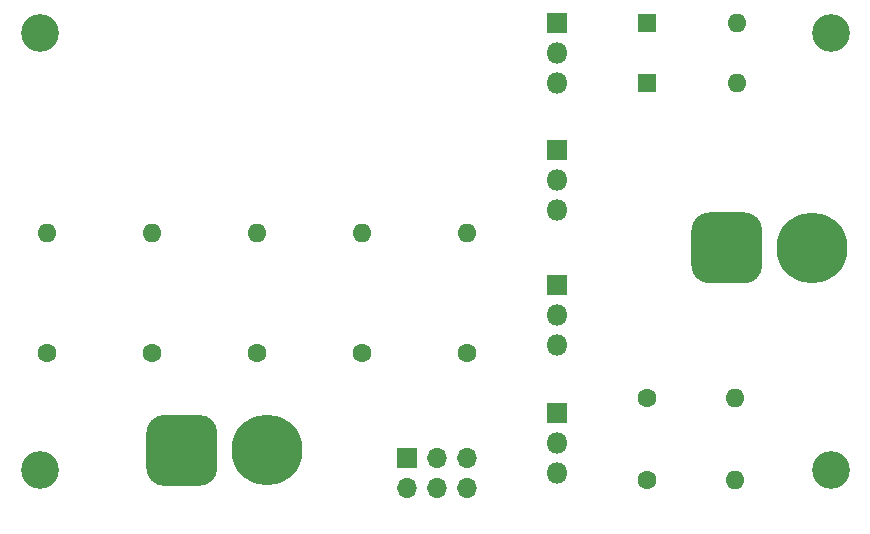
<source format=gbs>
G04 #@! TF.GenerationSoftware,KiCad,Pcbnew,(5.1.10)-1*
G04 #@! TF.CreationDate,2022-12-18T22:04:33+09:00*
G04 #@! TF.ProjectId,MD,4d442e6b-6963-4616-945f-706362585858,rev?*
G04 #@! TF.SameCoordinates,PX2faf080PY2625a00*
G04 #@! TF.FileFunction,Soldermask,Bot*
G04 #@! TF.FilePolarity,Negative*
%FSLAX46Y46*%
G04 Gerber Fmt 4.6, Leading zero omitted, Abs format (unit mm)*
G04 Created by KiCad (PCBNEW (5.1.10)-1) date 2022-12-18 22:04:33*
%MOMM*%
%LPD*%
G01*
G04 APERTURE LIST*
%ADD10C,3.200000*%
%ADD11C,1.600000*%
%ADD12O,1.600000X1.600000*%
%ADD13R,1.600000X1.600000*%
%ADD14R,1.700000X1.700000*%
%ADD15O,1.700000X1.700000*%
%ADD16R,1.800000X1.800000*%
%ADD17O,1.800000X1.800000*%
%ADD18C,6.000000*%
G04 APERTURE END LIST*
D10*
X71000000Y-4000000D03*
X71000000Y-41000000D03*
X4000000Y-41000000D03*
X4000000Y-4000000D03*
D11*
X55410000Y-34930000D03*
D12*
X62910000Y-34930000D03*
X62910000Y-41915000D03*
D11*
X55410000Y-41915000D03*
D13*
X55410000Y-3180000D03*
D12*
X63030000Y-3180000D03*
X63030000Y-8260000D03*
D13*
X55410000Y-8260000D03*
D14*
X35090000Y-40010000D03*
D15*
X35090000Y-42550000D03*
X37630000Y-40010000D03*
X37630000Y-42550000D03*
X40170000Y-40010000D03*
X40170000Y-42550000D03*
D16*
X47790000Y-36200000D03*
D17*
X47790000Y-38740000D03*
X47790000Y-41280000D03*
D16*
X47790000Y-25405000D03*
D17*
X47790000Y-27945000D03*
X47790000Y-30485000D03*
X47790000Y-19055000D03*
X47790000Y-16515000D03*
D16*
X47790000Y-13975000D03*
D17*
X47790000Y-8260000D03*
X47790000Y-5720000D03*
D16*
X47790000Y-3180000D03*
D11*
X4610000Y-31120000D03*
D12*
X4610000Y-20960000D03*
X13500000Y-20960000D03*
D11*
X13500000Y-31120000D03*
X22390000Y-31120000D03*
D12*
X22390000Y-20960000D03*
X31280000Y-20960000D03*
D11*
X31280000Y-31120000D03*
X40170000Y-31120000D03*
D12*
X40170000Y-20960000D03*
D18*
X69380000Y-22230000D03*
G36*
G01*
X59180000Y-23730000D02*
X59180000Y-20730000D01*
G75*
G02*
X60680000Y-19230000I1500000J0D01*
G01*
X63680000Y-19230000D01*
G75*
G02*
X65180000Y-20730000I0J-1500000D01*
G01*
X65180000Y-23730000D01*
G75*
G02*
X63680000Y-25230000I-1500000J0D01*
G01*
X60680000Y-25230000D01*
G75*
G02*
X59180000Y-23730000I0J1500000D01*
G01*
G37*
X23240000Y-39375000D03*
G36*
G01*
X13040000Y-40875000D02*
X13040000Y-37875000D01*
G75*
G02*
X14540000Y-36375000I1500000J0D01*
G01*
X17540000Y-36375000D01*
G75*
G02*
X19040000Y-37875000I0J-1500000D01*
G01*
X19040000Y-40875000D01*
G75*
G02*
X17540000Y-42375000I-1500000J0D01*
G01*
X14540000Y-42375000D01*
G75*
G02*
X13040000Y-40875000I0J1500000D01*
G01*
G37*
M02*

</source>
